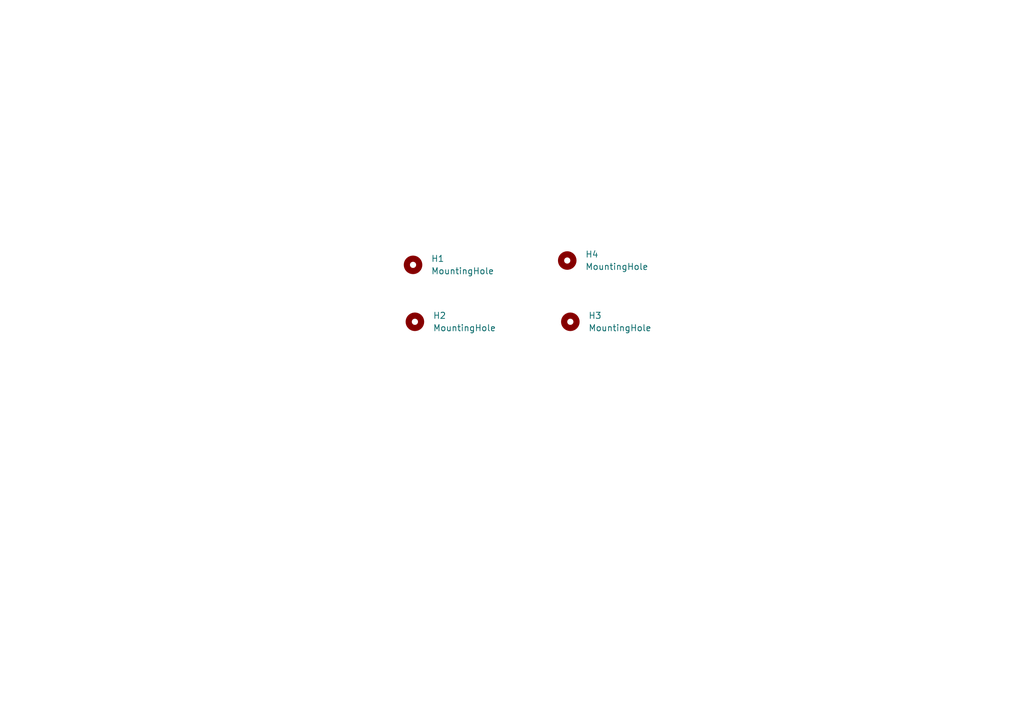
<source format=kicad_sch>
(kicad_sch (version 20231120) (generator "eeschema") (generator_version "8.0")
  (paper "A5")
  (lib_symbols
    (symbol "Mechanical:MountingHole" (pin_names (offset 1.016))
      (property "Reference" "H" (at 0 5.08 0))
      (property "Value" "MountingHole" (at 0 3.175 0))
      (symbol "MountingHole_0_1"
        (circle (center 0 0) (radius 1.27) (stroke (width 1.27)))
      )
    )
  )
  (symbol (lib_id "Mechanical:MountingHole") (at 116.332 53.467 0) (unit 1)
    (property "Reference" "H4" (at 120.015 52.197 0) (effects (justify left)))
    (property "Value" "MountingHole" (at 120.015 54.737 0) (effects (justify left)))
    (property "Footprint" "MountingHole:MountingHole_4.3mm_M4_Pad_Via" (effects (hide yes)))
  )
  (symbol (lib_id "Mechanical:MountingHole") (at 116.967 66.04 0) (unit 1)
    (property "Reference" "H3" (at 120.65 64.77 0) (effects (justify left)))
    (property "Value" "MountingHole" (at 120.65 67.31 0) (effects (justify left)))
    (property "Footprint" "MountingHole:MountingHole_4.3mm_M4_Pad_Via" (effects (hide yes)))
  )
  (symbol (lib_id "Mechanical:MountingHole") (at 85.09 66.04 0) (unit 1)
    (property "Reference" "H2" (at 88.773 64.77 0) (effects (justify left)))
    (property "Value" "MountingHole" (at 88.773 67.31 0) (effects (justify left)))
    (property "Footprint" "MountingHole:MountingHole_4.3mm_M4_Pad_Via" (effects (hide yes)))
  )
  (symbol (lib_id "Mechanical:MountingHole") (at 84.709 54.356 0) (unit 1)
    (property "Reference" "H1" (at 88.392 53.086 0) (effects (justify left)))
    (property "Value" "MountingHole" (at 88.392 55.626 0) (effects (justify left)))
    (property "Footprint" "MountingHole:MountingHole_4.3mm_M4_Pad_Via" (effects (hide yes)))
  )
)
</source>
